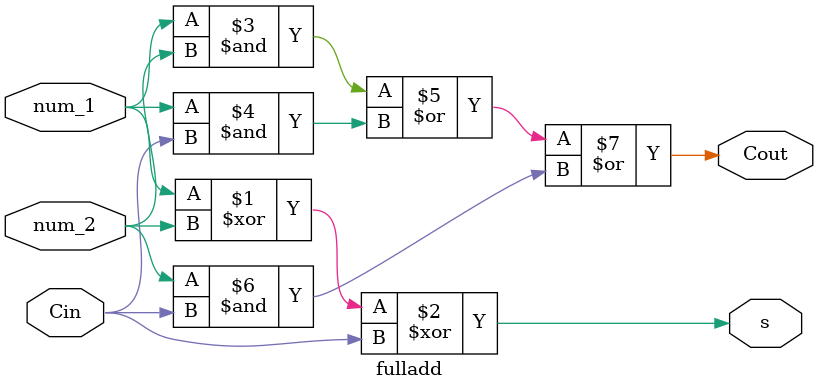
<source format=v>
/*
This is a ripple carry adder. The fulladd module uses boolean logic to perform the 1 bit addition
3 fulladd modules are combined using wires to create the full 3-bit ripple carry adder. 
*/

module adder3(num_1, num_2, sum, carryOut);
	input [2:0] num_1;
	input [2:0] num_2;
	output [3:0] sum;
	output carryOut;
	
	wire c1, c2;
	
	fulladd stage0 (.num_1(num_1[0]), .num_2(num_2[0]), .Cin(1'b0), .s(sum[0]), .Cout(c1));
	fulladd stage1 (.num_1(num_1[1]), .num_2(num_2[1]), .Cin(c1), .s(sum[1]), .Cout(c2));
	fulladd stage2	(.num_1(num_1[2]), .num_2(num_2[2]), .Cin(c2), .s(sum[2]), .Cout(carryOut));
	
endmodule	

module fulladd (num_1, num_2, Cin, s, Cout);
	input Cin, num_1, num_2;
	output s, Cout;
	assign s = num_1 ^ num_2 ^ Cin;
	assign Cout = (num_1 & num_2) | (num_1 & Cin) | (num_2 & Cin);
endmodule



</source>
